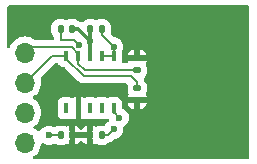
<source format=gbr>
%TF.GenerationSoftware,KiCad,Pcbnew,8.0.4*%
%TF.CreationDate,2024-08-21T17:48:23-04:00*%
%TF.ProjectId,pi_max31328,70695f6d-6178-4333-9133-32382e6b6963,rev?*%
%TF.SameCoordinates,Original*%
%TF.FileFunction,Copper,L1,Top*%
%TF.FilePolarity,Positive*%
%FSLAX46Y46*%
G04 Gerber Fmt 4.6, Leading zero omitted, Abs format (unit mm)*
G04 Created by KiCad (PCBNEW 8.0.4) date 2024-08-21 17:48:23*
%MOMM*%
%LPD*%
G01*
G04 APERTURE LIST*
G04 Aperture macros list*
%AMRoundRect*
0 Rectangle with rounded corners*
0 $1 Rounding radius*
0 $2 $3 $4 $5 $6 $7 $8 $9 X,Y pos of 4 corners*
0 Add a 4 corners polygon primitive as box body*
4,1,4,$2,$3,$4,$5,$6,$7,$8,$9,$2,$3,0*
0 Add four circle primitives for the rounded corners*
1,1,$1+$1,$2,$3*
1,1,$1+$1,$4,$5*
1,1,$1+$1,$6,$7*
1,1,$1+$1,$8,$9*
0 Add four rect primitives between the rounded corners*
20,1,$1+$1,$2,$3,$4,$5,0*
20,1,$1+$1,$4,$5,$6,$7,0*
20,1,$1+$1,$6,$7,$8,$9,0*
20,1,$1+$1,$8,$9,$2,$3,0*%
G04 Aperture macros list end*
%TA.AperFunction,ComponentPad*%
%ADD10R,1.700000X1.700000*%
%TD*%
%TA.AperFunction,ComponentPad*%
%ADD11O,1.700000X1.700000*%
%TD*%
%TA.AperFunction,SMDPad,CuDef*%
%ADD12R,0.450000X0.875000*%
%TD*%
%TA.AperFunction,SMDPad,CuDef*%
%ADD13RoundRect,0.140000X-0.140000X-0.170000X0.140000X-0.170000X0.140000X0.170000X-0.140000X0.170000X0*%
%TD*%
%TA.AperFunction,SMDPad,CuDef*%
%ADD14RoundRect,0.140000X0.140000X0.170000X-0.140000X0.170000X-0.140000X-0.170000X0.140000X-0.170000X0*%
%TD*%
%TA.AperFunction,SMDPad,CuDef*%
%ADD15RoundRect,0.135000X-0.185000X0.135000X-0.185000X-0.135000X0.185000X-0.135000X0.185000X0.135000X0*%
%TD*%
%TA.AperFunction,SMDPad,CuDef*%
%ADD16RoundRect,0.135000X0.185000X-0.135000X0.185000X0.135000X-0.185000X0.135000X-0.185000X-0.135000X0*%
%TD*%
%TA.AperFunction,ViaPad*%
%ADD17C,0.600000*%
%TD*%
%TA.AperFunction,Conductor*%
%ADD18C,0.300000*%
%TD*%
%TA.AperFunction,Conductor*%
%ADD19C,0.200000*%
%TD*%
G04 APERTURE END LIST*
D10*
%TO.P,J1,1*%
%TO.N,/VCC*%
X18025000Y-21950000D03*
D11*
%TO.P,J1,2*%
%TO.N,/SDA*%
X18025000Y-24490000D03*
%TO.P,J1,3*%
%TO.N,/SCL*%
X18025000Y-27030000D03*
%TO.P,J1,4*%
%TO.N,unconnected-(J1-Pad4)*%
X18025000Y-29570000D03*
%TO.P,J1,5*%
%TO.N,/GND*%
X18025000Y-32110000D03*
%TD*%
D12*
%TO.P,U1,1,32KHZ*%
%TO.N,unconnected-(U1-32KHZ-Pad1)*%
X21500000Y-29212000D03*
%TO.P,U1,2,VCC*%
%TO.N,/VCC*%
X22500000Y-29212000D03*
%TO.P,U1,3,~{INT}/SQW*%
%TO.N,unconnected-(U1-~{INT}{slash}SQW-Pad3)*%
X23500000Y-29212000D03*
%TO.P,U1,4,~{RST}*%
%TO.N,unconnected-(U1-~{RST}-Pad4)*%
X24500000Y-29212000D03*
%TO.P,U1,5,N.C._1*%
%TO.N,/GND*%
X25500000Y-29212000D03*
%TO.P,U1,6,N.C._2*%
X25500000Y-24787000D03*
%TO.P,U1,7,GND*%
X24500000Y-24787000D03*
%TO.P,U1,8,VBAT*%
%TO.N,/VBAT*%
X23500000Y-24787000D03*
%TO.P,U1,9,SDA*%
%TO.N,/SDA*%
X22500000Y-24787000D03*
%TO.P,U1,10,SCL*%
%TO.N,/SCL*%
X21500000Y-24787000D03*
%TD*%
D13*
%TO.P,C1,1*%
%TO.N,/VCC*%
X23520000Y-31500000D03*
%TO.P,C1,2*%
%TO.N,/GND*%
X24480000Y-31500000D03*
%TD*%
D14*
%TO.P,C2,1*%
%TO.N,/VCC*%
X21980000Y-31500000D03*
%TO.P,C2,2*%
%TO.N,/GND*%
X21020000Y-31500000D03*
%TD*%
D15*
%TO.P,R1,1*%
%TO.N,/SCL*%
X27500000Y-27490000D03*
%TO.P,R1,2*%
%TO.N,/VCC*%
X27500000Y-28510000D03*
%TD*%
D16*
%TO.P,R2,1*%
%TO.N,/SDA*%
X27500000Y-26010000D03*
%TO.P,R2,2*%
%TO.N,/VCC*%
X27500000Y-24990000D03*
%TD*%
D14*
%TO.P,C4,1*%
%TO.N,/VBAT*%
X21980000Y-22500000D03*
%TO.P,C4,2*%
%TO.N,/GND*%
X21020000Y-22500000D03*
%TD*%
D13*
%TO.P,C3,1*%
%TO.N,/VBAT*%
X23520000Y-22500000D03*
%TO.P,C3,2*%
%TO.N,/GND*%
X24480000Y-22500000D03*
%TD*%
D17*
%TO.N,/VBAT*%
X23500000Y-23500000D03*
%TO.N,/GND*%
X26000000Y-30000000D03*
X25500000Y-31000000D03*
X20000000Y-31500000D03*
X25500000Y-24000000D03*
X22597939Y-23823910D03*
%TD*%
D18*
%TO.N,/VBAT*%
X22500000Y-22500000D02*
X21980000Y-22500000D01*
X23500000Y-23500000D02*
X23500000Y-24787000D01*
X23500000Y-23500000D02*
X23500000Y-22520000D01*
X23500000Y-23500000D02*
X22500000Y-22500000D01*
D19*
%TO.N,/GND*%
X22175878Y-23401849D02*
X21020000Y-23401849D01*
X21020000Y-23401849D02*
X21020000Y-22500000D01*
X25500000Y-24000000D02*
X25500000Y-24500000D01*
X24500000Y-24787000D02*
X25500000Y-24787000D01*
X25500000Y-29500000D02*
X25500000Y-29212000D01*
X22597939Y-23823910D02*
X22175878Y-23401849D01*
X25500000Y-31000000D02*
X25000000Y-31500000D01*
X26000000Y-30000000D02*
X25500000Y-29500000D01*
X24480000Y-22980000D02*
X24480000Y-22500000D01*
X25000000Y-31500000D02*
X24480000Y-31500000D01*
X25500000Y-29576514D02*
X25500000Y-29212000D01*
X18635000Y-31500000D02*
X18025000Y-32110000D01*
X25500000Y-24000000D02*
X24480000Y-22980000D01*
X21020000Y-31500000D02*
X20000000Y-31500000D01*
%TO.N,/SDA*%
X21975000Y-24049500D02*
X18465500Y-24049500D01*
X22500000Y-24574500D02*
X21975000Y-24049500D01*
X27500000Y-26010000D02*
X23085500Y-26010000D01*
X23085500Y-26010000D02*
X22500000Y-25424500D01*
X22500000Y-25424500D02*
X22500000Y-24787000D01*
%TO.N,/SCL*%
X27000000Y-26500000D02*
X27500000Y-27000000D01*
X27500000Y-27000000D02*
X27500000Y-27490000D01*
X21500000Y-24787000D02*
X20268000Y-24787000D01*
X20268000Y-24787000D02*
X18025000Y-27030000D01*
X21500000Y-24999500D02*
X23000500Y-26500000D01*
X23000500Y-26500000D02*
X27000000Y-26500000D01*
%TD*%
%TA.AperFunction,Conductor*%
%TO.N,/VCC*%
G36*
X36942539Y-20520185D02*
G01*
X36988294Y-20572989D01*
X36999500Y-20624500D01*
X36999500Y-33375500D01*
X36979815Y-33442539D01*
X36927011Y-33488294D01*
X36875500Y-33499500D01*
X18788392Y-33499500D01*
X18721353Y-33479815D01*
X18675598Y-33427011D01*
X18665654Y-33357853D01*
X18694679Y-33294297D01*
X18717269Y-33273925D01*
X18753643Y-33248455D01*
X18896401Y-33148495D01*
X19063495Y-32981401D01*
X19199035Y-32787830D01*
X19298903Y-32573663D01*
X19360063Y-32345408D01*
X19367430Y-32261193D01*
X19392882Y-32196128D01*
X19449473Y-32155149D01*
X19519235Y-32151270D01*
X19556930Y-32167009D01*
X19581456Y-32182420D01*
X19650478Y-32225789D01*
X19754052Y-32262031D01*
X19820745Y-32285368D01*
X19820750Y-32285369D01*
X19999996Y-32305565D01*
X20000000Y-32305565D01*
X20000004Y-32305565D01*
X20179249Y-32285369D01*
X20179252Y-32285368D01*
X20179255Y-32285368D01*
X20349522Y-32225789D01*
X20388302Y-32201421D01*
X20455537Y-32182420D01*
X20517395Y-32199681D01*
X20623605Y-32262494D01*
X20664587Y-32274400D01*
X20779002Y-32307642D01*
X20779005Y-32307642D01*
X20779007Y-32307643D01*
X20815310Y-32310500D01*
X20815318Y-32310500D01*
X21224682Y-32310500D01*
X21224690Y-32310500D01*
X21260993Y-32307643D01*
X21260995Y-32307642D01*
X21260997Y-32307642D01*
X21301975Y-32295736D01*
X21416395Y-32262494D01*
X21437369Y-32250089D01*
X21505088Y-32232906D01*
X21563613Y-32250090D01*
X21583803Y-32262031D01*
X21730000Y-32304504D01*
X21730000Y-32304503D01*
X22230000Y-32304503D01*
X22376195Y-32262031D01*
X22515374Y-32179721D01*
X22515383Y-32179714D01*
X22629714Y-32065383D01*
X22629720Y-32065375D01*
X22643268Y-32042468D01*
X22694337Y-31994785D01*
X22763078Y-31982281D01*
X22827668Y-32008926D01*
X22856732Y-32042468D01*
X22870279Y-32065375D01*
X22870285Y-32065383D01*
X22984616Y-32179714D01*
X22984625Y-32179721D01*
X23123804Y-32262031D01*
X23270000Y-32304504D01*
X23270000Y-31750000D01*
X22230000Y-31750000D01*
X22230000Y-32304503D01*
X21730000Y-32304503D01*
X21730000Y-31998352D01*
X21747267Y-31935233D01*
X21752494Y-31926395D01*
X21767545Y-31874592D01*
X21797642Y-31770997D01*
X21797643Y-31770991D01*
X21798352Y-31761986D01*
X21800500Y-31734690D01*
X21800500Y-31265310D01*
X21797643Y-31229007D01*
X21783188Y-31179254D01*
X21752495Y-31073608D01*
X21752492Y-31073600D01*
X21747266Y-31064763D01*
X21730000Y-31001645D01*
X21730000Y-30695494D01*
X22230000Y-30695494D01*
X22230000Y-31250000D01*
X23270000Y-31250000D01*
X23270000Y-30695494D01*
X23269998Y-30695493D01*
X23123809Y-30737965D01*
X23123806Y-30737967D01*
X22984625Y-30820278D01*
X22984616Y-30820285D01*
X22870285Y-30934616D01*
X22870276Y-30934627D01*
X22856731Y-30957532D01*
X22805662Y-31005215D01*
X22736920Y-31017718D01*
X22672331Y-30991072D01*
X22643269Y-30957532D01*
X22629723Y-30934627D01*
X22629714Y-30934616D01*
X22515383Y-30820285D01*
X22515374Y-30820278D01*
X22376193Y-30737967D01*
X22376190Y-30737965D01*
X22230001Y-30695493D01*
X22230000Y-30695494D01*
X21730000Y-30695494D01*
X21729998Y-30695493D01*
X21583809Y-30737965D01*
X21583806Y-30737967D01*
X21563608Y-30749912D01*
X21495884Y-30767092D01*
X21437370Y-30749910D01*
X21416397Y-30737507D01*
X21416390Y-30737504D01*
X21260997Y-30692357D01*
X21260991Y-30692356D01*
X21224697Y-30689500D01*
X21224690Y-30689500D01*
X20815310Y-30689500D01*
X20815302Y-30689500D01*
X20779008Y-30692356D01*
X20779002Y-30692357D01*
X20623609Y-30737504D01*
X20623602Y-30737507D01*
X20517395Y-30800317D01*
X20449671Y-30817500D01*
X20388304Y-30798579D01*
X20349522Y-30774211D01*
X20349520Y-30774210D01*
X20349518Y-30774209D01*
X20179262Y-30714633D01*
X20179249Y-30714630D01*
X20000004Y-30694435D01*
X19999996Y-30694435D01*
X19820750Y-30714630D01*
X19820745Y-30714631D01*
X19650476Y-30774211D01*
X19497737Y-30870184D01*
X19370184Y-30997737D01*
X19370182Y-30997740D01*
X19303106Y-31104489D01*
X19250771Y-31150780D01*
X19181717Y-31161427D01*
X19117869Y-31133051D01*
X19110432Y-31126197D01*
X19003718Y-31019483D01*
X19003712Y-31019478D01*
X18866788Y-30940424D01*
X18808683Y-30924855D01*
X18802214Y-30923121D01*
X18742555Y-30886756D01*
X18712027Y-30823909D01*
X18720322Y-30754533D01*
X18763185Y-30701773D01*
X18896401Y-30608495D01*
X19063495Y-30441401D01*
X19199035Y-30247830D01*
X19298903Y-30033663D01*
X19360063Y-29805408D01*
X19380659Y-29570000D01*
X19360063Y-29334592D01*
X19298903Y-29106337D01*
X19199035Y-28892171D01*
X19106489Y-28760000D01*
X19083126Y-28726635D01*
X20774500Y-28726635D01*
X20774500Y-29697370D01*
X20774501Y-29697376D01*
X20780908Y-29756983D01*
X20831202Y-29891828D01*
X20831206Y-29891835D01*
X20917452Y-30007044D01*
X20917455Y-30007047D01*
X21032664Y-30093293D01*
X21032671Y-30093297D01*
X21052185Y-30100575D01*
X21167517Y-30143591D01*
X21227127Y-30150000D01*
X21772872Y-30149999D01*
X21832483Y-30143591D01*
X21957384Y-30097005D01*
X22027073Y-30092022D01*
X22044049Y-30097006D01*
X22167623Y-30143097D01*
X22167627Y-30143098D01*
X22227155Y-30149499D01*
X22227172Y-30149500D01*
X22275000Y-30149500D01*
X22275000Y-28274500D01*
X22725000Y-28274500D01*
X22725000Y-30149500D01*
X22772828Y-30149500D01*
X22772844Y-30149499D01*
X22832372Y-30143098D01*
X22832376Y-30143097D01*
X22955951Y-30097006D01*
X23025643Y-30092022D01*
X23042605Y-30097001D01*
X23155390Y-30139067D01*
X23167511Y-30143589D01*
X23167517Y-30143591D01*
X23227127Y-30150000D01*
X23772872Y-30149999D01*
X23832483Y-30143591D01*
X23956668Y-30097272D01*
X24026357Y-30092288D01*
X24043324Y-30097270D01*
X24138597Y-30132804D01*
X24167511Y-30143589D01*
X24167517Y-30143591D01*
X24227127Y-30150000D01*
X24772872Y-30149999D01*
X24832483Y-30143591D01*
X24956668Y-30097272D01*
X25026357Y-30092288D01*
X25043318Y-30097267D01*
X25052190Y-30100577D01*
X25108120Y-30142449D01*
X25132533Y-30207915D01*
X25117678Y-30276187D01*
X25074822Y-30321748D01*
X24997739Y-30370182D01*
X24870184Y-30497737D01*
X24786153Y-30631472D01*
X24733818Y-30677763D01*
X24681159Y-30689500D01*
X24275302Y-30689500D01*
X24239008Y-30692356D01*
X24239002Y-30692357D01*
X24083609Y-30737504D01*
X24083604Y-30737506D01*
X24062628Y-30749911D01*
X23994903Y-30767092D01*
X23936389Y-30749911D01*
X23916191Y-30737966D01*
X23916190Y-30737965D01*
X23770001Y-30695493D01*
X23770000Y-30695494D01*
X23770000Y-31001645D01*
X23752734Y-31064763D01*
X23747507Y-31073600D01*
X23747504Y-31073608D01*
X23702357Y-31229002D01*
X23702356Y-31229008D01*
X23699500Y-31265302D01*
X23699500Y-31734697D01*
X23702356Y-31770991D01*
X23702357Y-31770997D01*
X23747503Y-31926389D01*
X23747505Y-31926393D01*
X23747506Y-31926395D01*
X23752732Y-31935233D01*
X23770000Y-31998352D01*
X23770000Y-32304503D01*
X23916194Y-32262032D01*
X23936384Y-32250091D01*
X24004108Y-32232906D01*
X24062629Y-32250089D01*
X24083605Y-32262494D01*
X24124587Y-32274400D01*
X24239002Y-32307642D01*
X24239005Y-32307642D01*
X24239007Y-32307643D01*
X24275310Y-32310500D01*
X24275318Y-32310500D01*
X24684682Y-32310500D01*
X24684690Y-32310500D01*
X24720993Y-32307643D01*
X24720995Y-32307642D01*
X24720997Y-32307642D01*
X24761975Y-32295736D01*
X24876395Y-32262494D01*
X25015687Y-32180117D01*
X25077757Y-32118046D01*
X25133341Y-32085954D01*
X25231785Y-32059577D01*
X25281904Y-32030639D01*
X25368716Y-31980520D01*
X25480520Y-31868716D01*
X25480521Y-31868714D01*
X25518535Y-31830700D01*
X25579858Y-31797215D01*
X25592315Y-31795163D01*
X25679255Y-31785368D01*
X25849522Y-31725789D01*
X26002262Y-31629816D01*
X26129816Y-31502262D01*
X26225789Y-31349522D01*
X26285368Y-31179255D01*
X26287377Y-31161427D01*
X26305565Y-31000003D01*
X26305565Y-30999996D01*
X26288342Y-30847136D01*
X26300397Y-30778315D01*
X26345590Y-30728259D01*
X26349519Y-30725789D01*
X26349522Y-30725789D01*
X26502262Y-30629816D01*
X26629816Y-30502262D01*
X26725789Y-30349522D01*
X26785368Y-30179255D01*
X26785369Y-30179249D01*
X26805565Y-30000003D01*
X26805565Y-29999996D01*
X26785369Y-29820750D01*
X26785368Y-29820745D01*
X26725788Y-29650476D01*
X26629815Y-29497737D01*
X26502262Y-29370184D01*
X26349524Y-29274212D01*
X26349521Y-29274210D01*
X26308544Y-29259872D01*
X26251768Y-29219151D01*
X26226021Y-29154198D01*
X26225499Y-29142831D01*
X26225499Y-28760000D01*
X26687156Y-28760000D01*
X26727595Y-28899194D01*
X26809261Y-29037285D01*
X26809268Y-29037294D01*
X26922705Y-29150731D01*
X26922714Y-29150738D01*
X27060808Y-29232406D01*
X27060811Y-29232407D01*
X27214871Y-29277166D01*
X27214877Y-29277167D01*
X27250000Y-29279931D01*
X27250000Y-29279930D01*
X27750000Y-29279930D01*
X27785122Y-29277167D01*
X27785128Y-29277166D01*
X27939188Y-29232407D01*
X27939191Y-29232406D01*
X28077285Y-29150738D01*
X28077294Y-29150731D01*
X28190731Y-29037294D01*
X28190738Y-29037285D01*
X28272404Y-28899194D01*
X28312844Y-28760000D01*
X27750000Y-28760000D01*
X27750000Y-29279930D01*
X27250000Y-29279930D01*
X27250000Y-28760000D01*
X26687156Y-28760000D01*
X26225499Y-28760000D01*
X26225499Y-28726629D01*
X26225498Y-28726623D01*
X26225497Y-28726616D01*
X26219091Y-28667017D01*
X26168796Y-28532169D01*
X26168795Y-28532168D01*
X26168793Y-28532164D01*
X26082547Y-28416955D01*
X26082544Y-28416952D01*
X25967335Y-28330706D01*
X25967328Y-28330702D01*
X25832486Y-28280410D01*
X25832485Y-28280409D01*
X25832483Y-28280409D01*
X25772873Y-28274000D01*
X25772863Y-28274000D01*
X25227129Y-28274000D01*
X25227123Y-28274001D01*
X25167516Y-28280408D01*
X25043333Y-28326726D01*
X24973641Y-28331710D01*
X24956667Y-28326726D01*
X24832486Y-28280410D01*
X24832485Y-28280409D01*
X24832483Y-28280409D01*
X24772873Y-28274000D01*
X24772863Y-28274000D01*
X24227129Y-28274000D01*
X24227123Y-28274001D01*
X24167516Y-28280408D01*
X24043333Y-28326726D01*
X23973641Y-28331710D01*
X23956667Y-28326726D01*
X23832486Y-28280410D01*
X23832485Y-28280409D01*
X23832483Y-28280409D01*
X23772873Y-28274000D01*
X23772863Y-28274000D01*
X23227129Y-28274000D01*
X23227123Y-28274001D01*
X23167515Y-28280409D01*
X23042617Y-28326992D01*
X22972926Y-28331976D01*
X22955952Y-28326992D01*
X22832380Y-28280903D01*
X22832372Y-28280901D01*
X22772844Y-28274500D01*
X22725000Y-28274500D01*
X22275000Y-28274500D01*
X22227155Y-28274500D01*
X22167627Y-28280901D01*
X22167619Y-28280903D01*
X22044046Y-28326993D01*
X21974354Y-28331977D01*
X21957389Y-28326996D01*
X21885009Y-28300000D01*
X21832485Y-28280409D01*
X21822548Y-28279340D01*
X21772873Y-28274000D01*
X21772863Y-28274000D01*
X21227129Y-28274000D01*
X21227123Y-28274001D01*
X21167516Y-28280408D01*
X21032671Y-28330702D01*
X21032664Y-28330706D01*
X20917455Y-28416952D01*
X20917452Y-28416955D01*
X20831206Y-28532164D01*
X20831202Y-28532171D01*
X20780908Y-28667017D01*
X20777513Y-28698599D01*
X20774501Y-28726623D01*
X20774500Y-28726635D01*
X19083126Y-28726635D01*
X19063494Y-28698597D01*
X18896402Y-28531506D01*
X18896396Y-28531501D01*
X18710842Y-28401575D01*
X18667217Y-28346998D01*
X18660023Y-28277500D01*
X18691546Y-28215145D01*
X18710842Y-28198425D01*
X18821693Y-28120806D01*
X18896401Y-28068495D01*
X19063495Y-27901401D01*
X19199035Y-27707830D01*
X19298903Y-27493663D01*
X19360063Y-27265408D01*
X19380659Y-27030000D01*
X19360063Y-26794592D01*
X19325671Y-26666239D01*
X19327334Y-26596393D01*
X19357763Y-26546470D01*
X20480416Y-25423819D01*
X20541739Y-25390334D01*
X20568097Y-25387500D01*
X20715521Y-25387500D01*
X20782560Y-25407185D01*
X20828315Y-25459989D01*
X20830979Y-25466419D01*
X20831205Y-25466834D01*
X20917452Y-25582044D01*
X20917455Y-25582047D01*
X21032664Y-25668293D01*
X21032671Y-25668297D01*
X21077618Y-25685061D01*
X21167517Y-25718591D01*
X21227127Y-25725000D01*
X21324902Y-25724999D01*
X21391940Y-25744683D01*
X21412583Y-25761318D01*
X22515639Y-26864374D01*
X22515649Y-26864385D01*
X22519979Y-26868715D01*
X22519980Y-26868716D01*
X22631784Y-26980520D01*
X22631786Y-26980521D01*
X22631790Y-26980524D01*
X22768709Y-27059573D01*
X22768716Y-27059577D01*
X22880519Y-27089534D01*
X22921442Y-27100500D01*
X22921443Y-27100500D01*
X26562010Y-27100500D01*
X26629049Y-27120185D01*
X26674804Y-27172989D01*
X26684748Y-27242147D01*
X26683364Y-27248546D01*
X26683473Y-27248566D01*
X26682334Y-27254797D01*
X26679500Y-27290811D01*
X26679500Y-27689169D01*
X26679501Y-27689191D01*
X26682335Y-27725205D01*
X26727129Y-27879388D01*
X26727130Y-27879391D01*
X26727131Y-27879393D01*
X26740147Y-27901402D01*
X26761419Y-27937371D01*
X26778601Y-28005095D01*
X26761419Y-28063611D01*
X26727594Y-28120806D01*
X26687156Y-28260000D01*
X27239591Y-28260000D01*
X27249318Y-28260382D01*
X27249516Y-28260397D01*
X27250819Y-28260500D01*
X27749180Y-28260499D01*
X27749193Y-28260498D01*
X27750668Y-28260382D01*
X27760393Y-28260000D01*
X28312844Y-28260000D01*
X28272404Y-28120805D01*
X28238581Y-28063612D01*
X28221398Y-27995888D01*
X28238582Y-27937369D01*
X28259853Y-27901402D01*
X28272869Y-27879393D01*
X28317665Y-27725204D01*
X28320500Y-27689181D01*
X28320499Y-27290820D01*
X28317665Y-27254796D01*
X28272869Y-27100607D01*
X28191135Y-26962402D01*
X28105993Y-26877260D01*
X28073902Y-26821676D01*
X28059577Y-26768216D01*
X28059575Y-26768214D01*
X28057473Y-26760366D01*
X28060649Y-26759514D01*
X28054784Y-26705340D01*
X28086012Y-26642837D01*
X28089122Y-26639610D01*
X28191135Y-26537598D01*
X28272869Y-26399393D01*
X28317665Y-26245204D01*
X28320500Y-26209181D01*
X28320499Y-25810820D01*
X28317665Y-25774796D01*
X28272869Y-25620607D01*
X28238581Y-25562629D01*
X28221398Y-25494905D01*
X28238582Y-25436386D01*
X28272404Y-25379196D01*
X28272405Y-25379194D01*
X28312844Y-25240000D01*
X27760409Y-25240000D01*
X27750682Y-25239618D01*
X27749182Y-25239500D01*
X27250831Y-25239500D01*
X27250806Y-25239501D01*
X27249332Y-25239618D01*
X27239607Y-25240000D01*
X26687156Y-25240000D01*
X26690324Y-25250905D01*
X26690124Y-25320775D01*
X26652181Y-25379445D01*
X26588543Y-25408288D01*
X26571247Y-25409500D01*
X26348803Y-25409500D01*
X26281764Y-25389815D01*
X26236009Y-25337011D01*
X26226075Y-25275721D01*
X26225564Y-25275694D01*
X26225500Y-25275694D01*
X26225499Y-25275690D01*
X26225322Y-25275681D01*
X26225497Y-25272400D01*
X26225500Y-25272373D01*
X26225499Y-24740000D01*
X26687156Y-24740000D01*
X27250000Y-24740000D01*
X27750000Y-24740000D01*
X28312844Y-24740000D01*
X28272404Y-24600805D01*
X28190738Y-24462714D01*
X28190731Y-24462705D01*
X28077294Y-24349268D01*
X28077285Y-24349261D01*
X27939191Y-24267593D01*
X27939188Y-24267592D01*
X27785130Y-24222834D01*
X27750000Y-24220068D01*
X27750000Y-24740000D01*
X27250000Y-24740000D01*
X27250000Y-24220068D01*
X27249999Y-24220068D01*
X27214869Y-24222834D01*
X27214868Y-24222834D01*
X27060811Y-24267592D01*
X27060808Y-24267593D01*
X26922714Y-24349261D01*
X26922705Y-24349268D01*
X26809268Y-24462705D01*
X26809261Y-24462714D01*
X26727595Y-24600805D01*
X26687156Y-24740000D01*
X26225499Y-24740000D01*
X26225499Y-24371418D01*
X26232458Y-24330464D01*
X26285366Y-24179262D01*
X26285369Y-24179249D01*
X26305565Y-24000003D01*
X26305565Y-23999996D01*
X26285369Y-23820750D01*
X26285368Y-23820745D01*
X26282367Y-23812169D01*
X26225789Y-23650478D01*
X26129816Y-23497738D01*
X26002262Y-23370184D01*
X25915973Y-23315965D01*
X25849521Y-23274210D01*
X25701849Y-23222538D01*
X25679255Y-23214632D01*
X25679254Y-23214631D01*
X25679249Y-23214630D01*
X25592330Y-23204837D01*
X25527916Y-23177770D01*
X25518533Y-23169298D01*
X25278562Y-22929327D01*
X25245077Y-22868004D01*
X25247167Y-22807049D01*
X25257643Y-22770993D01*
X25260500Y-22734690D01*
X25260500Y-22265310D01*
X25257643Y-22229007D01*
X25212494Y-22073605D01*
X25130117Y-21934313D01*
X25130115Y-21934311D01*
X25130112Y-21934307D01*
X25015692Y-21819887D01*
X25015684Y-21819881D01*
X24925930Y-21766801D01*
X24876395Y-21737506D01*
X24876394Y-21737505D01*
X24876393Y-21737505D01*
X24876390Y-21737504D01*
X24720997Y-21692357D01*
X24720991Y-21692356D01*
X24684697Y-21689500D01*
X24684690Y-21689500D01*
X24275310Y-21689500D01*
X24275302Y-21689500D01*
X24239008Y-21692356D01*
X24239002Y-21692357D01*
X24083608Y-21737504D01*
X24083602Y-21737506D01*
X24063120Y-21749620D01*
X23995396Y-21766801D01*
X23936880Y-21749620D01*
X23916397Y-21737506D01*
X23916391Y-21737504D01*
X23760997Y-21692357D01*
X23760991Y-21692356D01*
X23724697Y-21689500D01*
X23724690Y-21689500D01*
X23315310Y-21689500D01*
X23315302Y-21689500D01*
X23279008Y-21692356D01*
X23279002Y-21692357D01*
X23123609Y-21737504D01*
X23123606Y-21737505D01*
X22984315Y-21819881D01*
X22984311Y-21819884D01*
X22918002Y-21886193D01*
X22856678Y-21919677D01*
X22786987Y-21914692D01*
X22782869Y-21913072D01*
X22689748Y-21874500D01*
X22689738Y-21874497D01*
X22577536Y-21852178D01*
X22522744Y-21823516D01*
X22521853Y-21824666D01*
X22515684Y-21819881D01*
X22425930Y-21766801D01*
X22376395Y-21737506D01*
X22376394Y-21737505D01*
X22376393Y-21737505D01*
X22376390Y-21737504D01*
X22220997Y-21692357D01*
X22220991Y-21692356D01*
X22184697Y-21689500D01*
X22184690Y-21689500D01*
X21775310Y-21689500D01*
X21775302Y-21689500D01*
X21739008Y-21692356D01*
X21739002Y-21692357D01*
X21583608Y-21737504D01*
X21583602Y-21737506D01*
X21563120Y-21749620D01*
X21495396Y-21766801D01*
X21436880Y-21749620D01*
X21416397Y-21737506D01*
X21416391Y-21737504D01*
X21260997Y-21692357D01*
X21260991Y-21692356D01*
X21224697Y-21689500D01*
X21224690Y-21689500D01*
X20815310Y-21689500D01*
X20815302Y-21689500D01*
X20779008Y-21692356D01*
X20779002Y-21692357D01*
X20623609Y-21737504D01*
X20623606Y-21737505D01*
X20484315Y-21819881D01*
X20484307Y-21819887D01*
X20369887Y-21934307D01*
X20369881Y-21934315D01*
X20287505Y-22073606D01*
X20287504Y-22073609D01*
X20242357Y-22229002D01*
X20242356Y-22229008D01*
X20239500Y-22265302D01*
X20239500Y-22734697D01*
X20242356Y-22770991D01*
X20242357Y-22770997D01*
X20287504Y-22926390D01*
X20287505Y-22926393D01*
X20287506Y-22926395D01*
X20369883Y-23065687D01*
X20383180Y-23078984D01*
X20416666Y-23140305D01*
X20419500Y-23166666D01*
X20419500Y-23325000D01*
X20399815Y-23392039D01*
X20347011Y-23437794D01*
X20295500Y-23449000D01*
X18931921Y-23449000D01*
X18864882Y-23429315D01*
X18860798Y-23426575D01*
X18702831Y-23315965D01*
X18702829Y-23315964D01*
X18595746Y-23266031D01*
X18488663Y-23216097D01*
X18488659Y-23216096D01*
X18488655Y-23216094D01*
X18260413Y-23154938D01*
X18260403Y-23154936D01*
X18025001Y-23134341D01*
X18024999Y-23134341D01*
X17789596Y-23154936D01*
X17789586Y-23154938D01*
X17561344Y-23216094D01*
X17561335Y-23216098D01*
X17347171Y-23315964D01*
X17347169Y-23315965D01*
X17153597Y-23451505D01*
X16986505Y-23618597D01*
X16850965Y-23812169D01*
X16850964Y-23812171D01*
X16751098Y-24026335D01*
X16751094Y-24026344D01*
X16744275Y-24051796D01*
X16707910Y-24111457D01*
X16645063Y-24141986D01*
X16575688Y-24133691D01*
X16521810Y-24089206D01*
X16500535Y-24022654D01*
X16500500Y-24019703D01*
X16500500Y-20624500D01*
X16520185Y-20557461D01*
X16572989Y-20511706D01*
X16624500Y-20500500D01*
X19434108Y-20500500D01*
X36875500Y-20500500D01*
X36942539Y-20520185D01*
G37*
%TD.AperFunction*%
%TD*%
M02*

</source>
